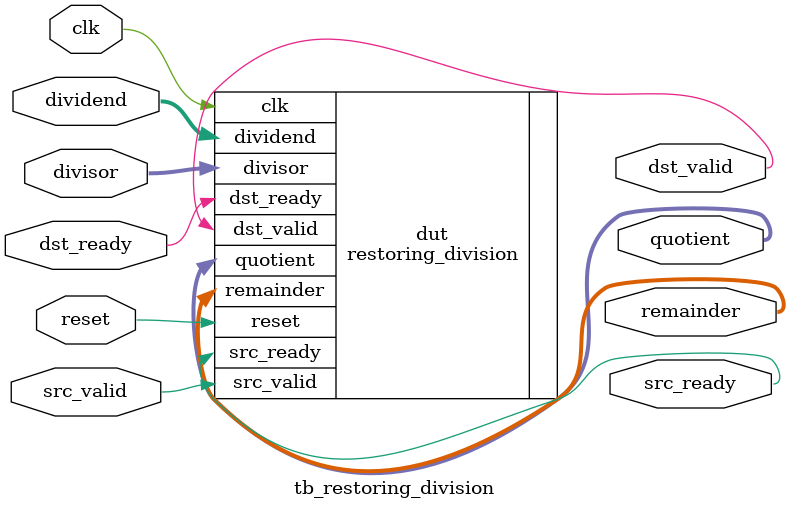
<source format=sv>
module tb_restoring_division(
    input logic clk,
    input logic reset,
    input logic [WIDTH-1:0] dividend,
    input logic [WIDTH-1:0] divisor,
    input logic src_valid, dst_ready,
    output logic src_ready, dst_valid,
    output logic [WIDTH-1:0] remainder,
    output logic [WIDTH-1:0] quotient
);

localparam WIDTH = 16;

restoring_division dut (
    .clk(clk),
    .reset(reset),
    .dividend(dividend),
    .divisor(divisor),
    .src_valid(src_valid), 
    .dst_ready(dst_ready),
    .src_ready(src_ready),
    .dst_valid(dst_valid),
    .remainder(remainder),
    .quotient(quotient)
);

initial
begin
    $dumpfile ("restoring-division-algorithm.vcd");
    $dumpvars;
end

endmodule
</source>
